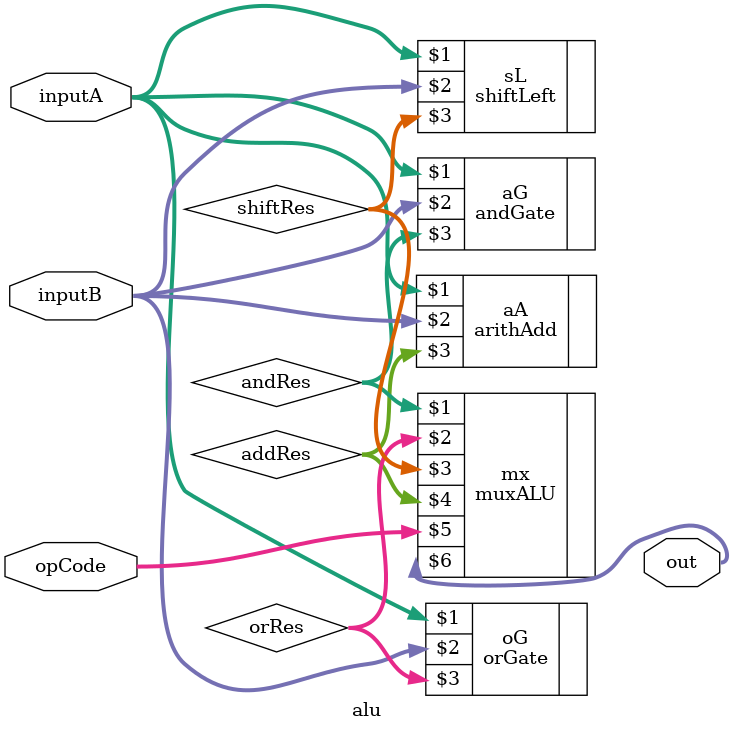
<source format=v>
module alu(opCode, inputA, inputB, out);

input [1:0] opCode;
input [7:0] inputA;
input [7:0] inputB;

wire [7:0] andRes;
wire [7:0] orRes;
wire [7:0] shiftRes;
wire [7:0] addRes;

output [7:0] out;
	andGate aG ( inputA, inputB, andRes);
	orGate oG ( inputA, inputB, orRes );
	shiftLeft sL ( inputA, inputB, shiftRes );
	arithAdd aA ( inputA, inputB, addRes );
	muxALU mx ( andRes, orRes, shiftRes, addRes, opCode, out);

// Program Flow 
/*
	This Module will call All Gates and Shift Functions and hold it in the wires.
	These wires are then fed to a 4:1 MUX.
	The MUX will select the output accordingly to opcode.
	All the test condtions comes from Testbench module
*/
always @ (inputA or inputB or opCode )
begin
end

endmodule
	
	
</source>
